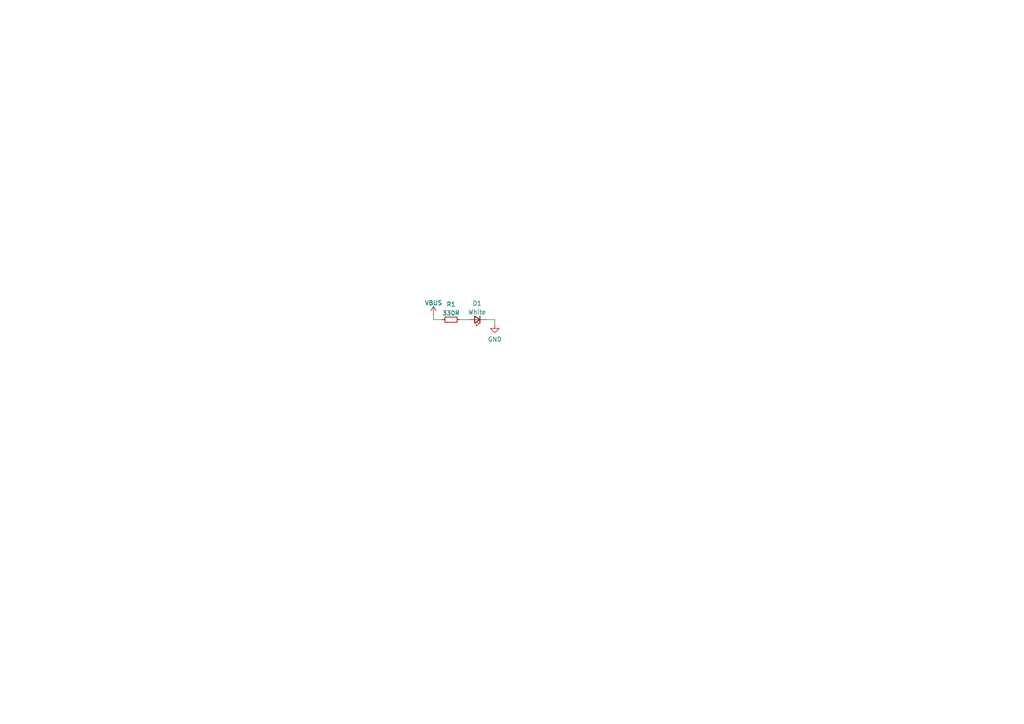
<source format=kicad_sch>
(kicad_sch (version 20211123) (generator eeschema)
  (paper "A4")
  (lib_symbols
    (symbol "Device:LED_Small" (pin_numbers hide) (pin_names (offset 0.254) hide)
      (property "Reference" "D" (at -1.27 3.175 0))
      (property "Value" "LED_Small" (at -4.445 -2.54 0))
      (symbol "LED_Small_0_1"
        (polyline (pts (xy -0.762 -1.016) (xy -0.762 1.016)) (stroke (width 0.254)))
        (polyline (pts (xy 1.016 0) (xy -0.762 0)))
        (polyline (pts (xy 0.762 -1.016) (xy -0.762 0) (xy 0.762 1.016) (xy 0.762 -1.016)) (stroke (width 0.254)))
        (polyline (pts (xy 0 0.762) (xy -0.508 1.27) (xy -0.254 1.27) (xy -0.508 1.27) (xy -0.508 1.016)))
        (polyline (pts (xy 0.508 1.27) (xy 0 1.778) (xy 0.254 1.778) (xy 0 1.778) (xy 0 1.524)))
      )
      (symbol "LED_Small_1_1"
        (pin passive line (at -2.54 0 0) (length 1.778) (name "K") (number "1"))
        (pin passive line (at 2.54 0 180) (length 1.778) (name "A") (number "2"))
      )
    )
    (symbol "Device:R_Small" (pin_numbers hide) (pin_names (offset 0.254) hide)
      (property "Reference" "R" (at 0.762 0.508 0))
      (property "Value" "R_Small" (at 0.762 -1.016 0))
      (symbol "R_Small_0_1"
        (rectangle (start -0.762 1.778) (end 0.762 -1.778) (stroke (width 0.2032)))
      )
      (symbol "R_Small_1_1"
        (pin passive line (at 0 2.54 270) (length 0.762) (name "~") (number "1"))
        (pin passive line (at 0 -2.54 90) (length 0.762) (name "~") (number "2"))
      )
    )
    (symbol "power:GND" (power) (pin_names (offset 0))
      (property "Value" "GND" (at 0 -3.81 0))
      (symbol "GND_0_1"
        (polyline (pts (xy 0 0) (xy 0 -1.27) (xy 1.27 -1.27) (xy 0 -2.54) (xy -1.27 -1.27) (xy 0 -1.27)))
      )
      (symbol "GND_1_1"
        (pin power_in line (at 0 0 270) (length 0) hide (name "GND") (number "1"))
      )
    )
    (symbol "power:VBUS" (power) (pin_names (offset 0))
      (property "Value" "VBUS" (at 0 3.81 0))
      (symbol "VBUS_0_1"
        (polyline (pts (xy -0.762 1.27) (xy 0 2.54)))
        (polyline (pts (xy 0 0) (xy 0 2.54)))
        (polyline (pts (xy 0 2.54) (xy 0.762 1.27)))
      )
      (symbol "VBUS_1_1"
        (pin power_in line (at 0 0 90) (length 0) hide (name "VBUS") (number "1"))
      )
    )
  )
  (wire (pts (xy 140.97 92.71) (xy 143.51 92.71)))
  (wire (pts (xy 143.51 93.98) (xy 143.51 92.71)))
  (wire (pts (xy 125.73 91.44) (xy 125.73 92.71)))
  (wire (pts (xy 133.35 92.71) (xy 135.89 92.71)))
  (wire (pts (xy 125.73 92.71) (xy 128.27 92.71)))
  (symbol (lib_id "Device:LED_Small") (at 138.43 92.71 180) (unit 1)
    (property "Reference" "D1" (at 138.3665 87.9942 0))
    (property "Value" "White" (at 138.3665 90.5311 0))
    (property "Footprint" "Diode_SMD:D_0402_1005Metric" (effects hide))
  )
  (symbol (lib_id "power:GND") (at 143.51 93.98 0) (unit 1)
    (property "Reference" "#PWR0101" (effects hide))
    (property "Value" "GND" (at 143.51 98.4234 0))
  )
  (symbol (lib_id "power:VBUS") (at 125.73 91.44 0) (unit 1)
    (property "Reference" "#PWR0102" (effects hide))
    (property "Value" "VBUS" (at 125.73 87.8642 0))
  )
  (symbol (lib_id "Device:R_Small") (at 130.81 92.71 90) (unit 1)
    (property "Reference" "R1" (at 130.81 88.2736 90))
    (property "Value" "330R" (at 130.81 90.8105 90))
    (property "Footprint" "Resistor_SMD:R_0402_1005Metric" (effects hide))
  )
)
</source>
